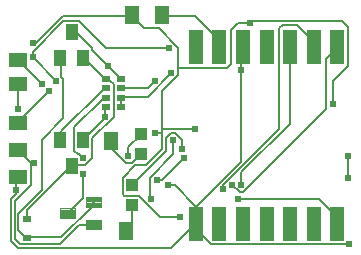
<source format=gbl>
G75*
%MOIN*%
%OFA0B0*%
%FSLAX25Y25*%
%IPPOS*%
%LPD*%
%AMOC8*
5,1,8,0,0,1.08239X$1,22.5*
%
%ADD10R,0.03150X0.02362*%
%ADD11R,0.06000X0.05000*%
%ADD12R,0.03937X0.04331*%
%ADD13R,0.02559X0.01969*%
%ADD14R,0.03937X0.05512*%
%ADD15C,0.00354*%
%ADD16R,0.05000X0.06000*%
%ADD17R,0.04724X0.11811*%
%ADD18C,0.00600*%
%ADD19C,0.02400*%
D10*
X0010449Y0011299D03*
X0010449Y0017598D03*
D11*
X0007449Y0031449D03*
X0007449Y0040449D03*
X0007449Y0049449D03*
X0007449Y0062449D03*
X0007449Y0070449D03*
D12*
X0048449Y0045795D03*
X0048449Y0039102D03*
X0045449Y0028795D03*
X0045449Y0022102D03*
D13*
X0041909Y0054724D03*
X0041909Y0057874D03*
X0041909Y0061024D03*
X0041909Y0064173D03*
X0036988Y0064173D03*
X0036988Y0061024D03*
X0036988Y0057874D03*
X0036988Y0054724D03*
D14*
X0029189Y0043780D03*
X0021709Y0043780D03*
X0025449Y0035118D03*
X0029189Y0071118D03*
X0021709Y0071118D03*
X0025449Y0079780D03*
D15*
X0030398Y0024783D02*
X0030398Y0021595D01*
X0030398Y0024783D02*
X0035162Y0024783D01*
X0035162Y0021595D01*
X0030398Y0021595D01*
X0030398Y0021948D02*
X0035162Y0021948D01*
X0035162Y0022301D02*
X0030398Y0022301D01*
X0030398Y0022654D02*
X0035162Y0022654D01*
X0035162Y0023007D02*
X0030398Y0023007D01*
X0030398Y0023360D02*
X0035162Y0023360D01*
X0035162Y0023713D02*
X0030398Y0023713D01*
X0030398Y0024066D02*
X0035162Y0024066D01*
X0035162Y0024419D02*
X0030398Y0024419D01*
X0030398Y0024772D02*
X0035162Y0024772D01*
X0021736Y0021043D02*
X0021736Y0017855D01*
X0021736Y0021043D02*
X0026500Y0021043D01*
X0026500Y0017855D01*
X0021736Y0017855D01*
X0021736Y0018208D02*
X0026500Y0018208D01*
X0026500Y0018561D02*
X0021736Y0018561D01*
X0021736Y0018914D02*
X0026500Y0018914D01*
X0026500Y0019267D02*
X0021736Y0019267D01*
X0021736Y0019620D02*
X0026500Y0019620D01*
X0026500Y0019973D02*
X0021736Y0019973D01*
X0021736Y0020326D02*
X0026500Y0020326D01*
X0026500Y0020679D02*
X0021736Y0020679D01*
X0021736Y0021032D02*
X0026500Y0021032D01*
X0030398Y0017303D02*
X0030398Y0014115D01*
X0030398Y0017303D02*
X0035162Y0017303D01*
X0035162Y0014115D01*
X0030398Y0014115D01*
X0030398Y0014468D02*
X0035162Y0014468D01*
X0035162Y0014821D02*
X0030398Y0014821D01*
X0030398Y0015174D02*
X0035162Y0015174D01*
X0035162Y0015527D02*
X0030398Y0015527D01*
X0030398Y0015880D02*
X0035162Y0015880D01*
X0035162Y0016233D02*
X0030398Y0016233D01*
X0030398Y0016586D02*
X0035162Y0016586D01*
X0035162Y0016939D02*
X0030398Y0016939D01*
X0030398Y0017292D02*
X0035162Y0017292D01*
D16*
X0043449Y0013449D03*
X0038449Y0043449D03*
X0045449Y0085449D03*
X0055449Y0085449D03*
D17*
X0066827Y0074976D03*
X0074701Y0074976D03*
X0082575Y0074976D03*
X0090449Y0074976D03*
X0098323Y0074976D03*
X0106197Y0074976D03*
X0114071Y0074976D03*
X0114071Y0015921D03*
X0106197Y0015921D03*
X0098323Y0015921D03*
X0090449Y0015921D03*
X0082575Y0015921D03*
X0074701Y0015921D03*
X0066827Y0015921D03*
D18*
X0058649Y0007849D02*
X0007649Y0007849D01*
X0005249Y0010249D01*
X0005249Y0024049D01*
X0007049Y0025849D01*
X0007049Y0027049D01*
X0007049Y0031249D01*
X0007449Y0031449D01*
X0011849Y0028849D02*
X0006449Y0023449D01*
X0006449Y0010849D01*
X0008249Y0009049D01*
X0021449Y0009049D01*
X0028049Y0015649D01*
X0032249Y0015649D01*
X0032780Y0015709D01*
X0032249Y0021649D02*
X0032249Y0022849D01*
X0032780Y0023189D01*
X0032249Y0021649D02*
X0022049Y0011449D01*
X0010649Y0011449D01*
X0010449Y0011299D01*
X0010049Y0011449D01*
X0007649Y0013849D01*
X0007649Y0019249D01*
X0015449Y0027049D01*
X0015449Y0043849D01*
X0022649Y0051049D01*
X0022649Y0064249D01*
X0022049Y0064849D01*
X0022049Y0070849D01*
X0021709Y0071118D01*
X0029189Y0071118D02*
X0029249Y0071449D01*
X0036449Y0064249D01*
X0036988Y0064173D01*
X0037049Y0063649D01*
X0038249Y0063649D01*
X0039449Y0062449D01*
X0039449Y0051649D01*
X0032249Y0044449D01*
X0032249Y0037849D01*
X0029849Y0035449D01*
X0025649Y0035449D01*
X0025449Y0035118D01*
X0025049Y0034849D01*
X0010649Y0020449D01*
X0010649Y0018049D01*
X0010449Y0017598D01*
X0011849Y0028849D02*
X0011849Y0036049D01*
X0013049Y0036049D01*
X0011849Y0036049D02*
X0007449Y0040449D01*
X0007449Y0049449D02*
X0007649Y0049849D01*
X0017849Y0060049D01*
X0015449Y0062449D02*
X0007449Y0070449D01*
X0012449Y0071449D02*
X0012449Y0073249D01*
X0022649Y0083449D01*
X0028049Y0083449D01*
X0037049Y0074449D01*
X0058049Y0074449D01*
X0061049Y0074449D02*
X0054449Y0081049D01*
X0049649Y0081049D01*
X0045449Y0085249D01*
X0045449Y0085449D01*
X0045449Y0085249D02*
X0022649Y0085249D01*
X0013649Y0076249D01*
X0012449Y0076249D01*
X0012449Y0071449D02*
X0020249Y0063649D01*
X0007649Y0062449D02*
X0007649Y0054049D01*
X0007649Y0062449D02*
X0007449Y0062449D01*
X0022049Y0046849D02*
X0022049Y0043849D01*
X0021709Y0043780D01*
X0022049Y0046849D02*
X0035849Y0060649D01*
X0036449Y0060649D01*
X0036988Y0061024D01*
X0036988Y0057874D02*
X0036449Y0057649D01*
X0035849Y0057649D01*
X0026249Y0048049D01*
X0026249Y0040249D01*
X0027449Y0039049D01*
X0028049Y0039049D01*
X0029249Y0037849D01*
X0029249Y0032449D02*
X0029249Y0024649D01*
X0024449Y0019849D01*
X0024118Y0019449D01*
X0042449Y0025849D02*
X0043049Y0025249D01*
X0047849Y0025249D01*
X0055049Y0018049D01*
X0061649Y0018049D01*
X0065849Y0015049D02*
X0066827Y0015921D01*
X0067049Y0021649D01*
X0059849Y0028849D01*
X0057449Y0028849D01*
X0055649Y0030649D02*
X0062849Y0037849D01*
X0062249Y0040849D02*
X0062249Y0043849D01*
X0059849Y0046249D01*
X0058649Y0046249D01*
X0056849Y0044449D01*
X0056849Y0040249D01*
X0045449Y0028849D01*
X0045449Y0028795D01*
X0042449Y0031249D02*
X0042449Y0025849D01*
X0042449Y0031249D02*
X0046649Y0035449D01*
X0050249Y0035449D01*
X0055649Y0040849D01*
X0055649Y0046249D01*
X0053249Y0046249D01*
X0055649Y0046249D02*
X0055649Y0047449D01*
X0066449Y0047449D01*
X0059249Y0043849D02*
X0059249Y0039049D01*
X0051449Y0031249D01*
X0051449Y0024649D01*
X0052049Y0024049D01*
X0053849Y0030649D02*
X0055649Y0030649D01*
X0048449Y0039049D02*
X0048449Y0039102D01*
X0048449Y0039049D02*
X0045449Y0036049D01*
X0043649Y0036049D01*
X0038849Y0040849D01*
X0038849Y0043249D01*
X0038449Y0043449D01*
X0044249Y0041449D02*
X0044249Y0038449D01*
X0044249Y0041449D02*
X0048449Y0045649D01*
X0048449Y0045795D01*
X0055649Y0047449D02*
X0055649Y0060049D01*
X0061049Y0065449D01*
X0061049Y0067849D01*
X0077249Y0067849D01*
X0078449Y0069049D01*
X0078449Y0080449D01*
X0080849Y0082849D01*
X0085049Y0082849D01*
X0085649Y0083449D01*
X0115649Y0083449D01*
X0117449Y0081649D01*
X0117449Y0068449D01*
X0112649Y0063649D01*
X0112649Y0055849D01*
X0110249Y0054049D02*
X0110249Y0070849D01*
X0113849Y0074449D01*
X0114071Y0074976D01*
X0106197Y0074976D02*
X0106049Y0075049D01*
X0106049Y0076849D01*
X0100649Y0082249D01*
X0095849Y0082249D01*
X0094649Y0081049D01*
X0094649Y0047449D01*
X0076049Y0028849D01*
X0076049Y0027649D01*
X0079049Y0028849D02*
X0081449Y0026449D01*
X0082649Y0026449D01*
X0110249Y0054049D01*
X0098249Y0049249D02*
X0098249Y0074449D01*
X0098323Y0074976D01*
X0082575Y0074976D02*
X0082049Y0074449D01*
X0082049Y0067249D01*
X0082049Y0036649D01*
X0067049Y0021649D01*
X0067049Y0016249D01*
X0066827Y0015921D01*
X0066449Y0015649D01*
X0065849Y0015049D01*
X0071849Y0009049D01*
X0118049Y0009049D01*
X0114071Y0015921D02*
X0113849Y0016249D01*
X0113849Y0018049D01*
X0107849Y0024049D01*
X0080849Y0024049D01*
X0082049Y0028849D02*
X0082049Y0033049D01*
X0098249Y0049249D01*
X0117449Y0038449D02*
X0117449Y0031249D01*
X0065849Y0015049D02*
X0058649Y0007849D01*
X0045449Y0015649D02*
X0043649Y0013849D01*
X0043449Y0013449D01*
X0045449Y0015649D02*
X0045449Y0022102D01*
X0029189Y0043780D02*
X0029249Y0043849D01*
X0036449Y0051049D01*
X0036449Y0051649D01*
X0036449Y0054649D01*
X0036988Y0054724D01*
X0041849Y0055249D02*
X0041849Y0057649D01*
X0041909Y0057874D01*
X0042449Y0058249D01*
X0050849Y0058249D01*
X0058649Y0066049D01*
X0061049Y0067849D02*
X0061049Y0074449D01*
X0066449Y0085249D02*
X0055649Y0085249D01*
X0055449Y0085449D01*
X0066449Y0085249D02*
X0074249Y0077449D01*
X0074249Y0075049D01*
X0074701Y0074976D01*
X0053249Y0063649D02*
X0050849Y0061249D01*
X0042449Y0061249D01*
X0041909Y0061024D01*
X0041909Y0064173D02*
X0041849Y0064249D01*
X0037649Y0068449D01*
X0032249Y0073849D01*
X0032249Y0074449D01*
X0027449Y0079249D01*
X0025649Y0079249D01*
X0025449Y0079780D01*
X0041849Y0055249D02*
X0041909Y0054724D01*
D19*
X0036449Y0051649D03*
X0044249Y0038449D03*
X0053249Y0046249D03*
X0059249Y0043849D03*
X0062249Y0040849D03*
X0062849Y0037849D03*
X0057449Y0028849D03*
X0053849Y0030649D03*
X0052049Y0024049D03*
X0061649Y0018049D03*
X0076049Y0027649D03*
X0079049Y0028849D03*
X0082049Y0028849D03*
X0080849Y0024049D03*
X0066449Y0047449D03*
X0053249Y0063649D03*
X0058649Y0066049D03*
X0058049Y0074449D03*
X0037649Y0068449D03*
X0020249Y0063649D03*
X0017849Y0060049D03*
X0015449Y0062449D03*
X0012449Y0071449D03*
X0012449Y0076249D03*
X0007649Y0054049D03*
X0013049Y0036049D03*
X0007049Y0027049D03*
X0029249Y0032449D03*
X0029249Y0037849D03*
X0082049Y0067249D03*
X0085049Y0082849D03*
X0112649Y0055849D03*
X0117449Y0038449D03*
X0117449Y0031249D03*
X0118049Y0009049D03*
M02*

</source>
